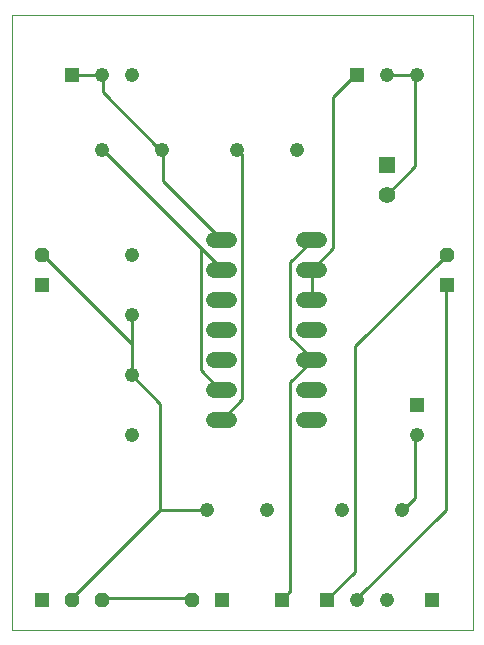
<source format=gtl>
G75*
G70*
%OFA0B0*%
%FSLAX24Y24*%
%IPPOS*%
%LPD*%
%AMOC8*
5,1,8,0,0,1.08239X$1,22.5*
%
%ADD10C,0.0000*%
%ADD11C,0.0554*%
%ADD12R,0.0554X0.0554*%
%ADD13C,0.0476*%
%ADD14R,0.0476X0.0476*%
%ADD15C,0.0520*%
%ADD16OC8,0.0476*%
%ADD17C,0.0100*%
D10*
X000101Y000212D02*
X000101Y020708D01*
X015471Y020708D01*
X015471Y000212D01*
X000101Y000212D01*
D11*
X012601Y014712D03*
D12*
X012601Y015712D03*
D13*
X012601Y018712D03*
X013601Y018712D03*
X009601Y016212D03*
X007601Y016212D03*
X005101Y016212D03*
X003101Y016212D03*
X003101Y018712D03*
X004101Y018712D03*
X004101Y012712D03*
X004101Y010712D03*
X004101Y008712D03*
X004101Y006712D03*
X006601Y004212D03*
X008601Y004212D03*
X011101Y004212D03*
X013101Y004212D03*
X013601Y006712D03*
X012601Y001212D03*
X011601Y001212D03*
D14*
X010601Y001212D03*
X009101Y001212D03*
X007101Y001212D03*
X001101Y001212D03*
X001101Y011712D03*
X002101Y018712D03*
X011601Y018712D03*
X014601Y011712D03*
X013601Y007712D03*
X014101Y001212D03*
D15*
X010361Y007212D02*
X009841Y007212D01*
X009841Y008212D02*
X010361Y008212D01*
X010361Y009212D02*
X009841Y009212D01*
X009841Y010212D02*
X010361Y010212D01*
X010361Y011212D02*
X009841Y011212D01*
X009841Y012212D02*
X010361Y012212D01*
X010361Y013212D02*
X009841Y013212D01*
X007361Y013212D02*
X006841Y013212D01*
X006841Y012212D02*
X007361Y012212D01*
X007361Y011212D02*
X006841Y011212D01*
X006841Y010212D02*
X007361Y010212D01*
X007361Y009212D02*
X006841Y009212D01*
X006841Y008212D02*
X007361Y008212D01*
X007361Y007212D02*
X006841Y007212D01*
D16*
X006101Y001212D03*
X003101Y001212D03*
X002101Y001212D03*
X001101Y012712D03*
X014601Y012712D03*
D17*
X011541Y009652D01*
X011541Y002132D01*
X010661Y001252D01*
X010601Y001212D01*
X011601Y001212D02*
X011621Y001252D01*
X014581Y004212D01*
X014581Y011652D01*
X014601Y011712D01*
X012601Y014712D02*
X013541Y015652D01*
X013541Y018692D01*
X013601Y018712D01*
X013541Y018692D02*
X012661Y018692D01*
X012601Y018712D01*
X011601Y018712D02*
X011541Y018692D01*
X010821Y017972D01*
X010821Y012932D01*
X010101Y012212D01*
X010101Y011212D01*
X009381Y009972D02*
X009381Y012452D01*
X010101Y013172D01*
X010101Y013212D01*
X007781Y016052D02*
X007781Y007892D01*
X007101Y007212D01*
X007101Y008212D02*
X007061Y008212D01*
X006421Y008852D01*
X006421Y012932D01*
X003141Y016212D01*
X003101Y016212D01*
X003141Y018132D02*
X003141Y018692D01*
X003101Y018712D01*
X003061Y018692D01*
X002101Y018692D01*
X002101Y018712D01*
X003141Y018132D02*
X005061Y016212D01*
X005101Y016212D01*
X005141Y016212D01*
X005141Y015172D01*
X007101Y013212D01*
X006421Y012932D02*
X007061Y012292D01*
X007061Y012212D01*
X007101Y012212D01*
X009381Y009972D02*
X010101Y009252D01*
X010101Y009212D01*
X010101Y009172D01*
X009381Y008452D01*
X009381Y001492D01*
X009101Y001212D01*
X006101Y001252D02*
X006101Y001212D01*
X006101Y001252D02*
X003141Y001252D01*
X003101Y001212D01*
X002101Y001212D02*
X002101Y001252D01*
X005061Y004212D01*
X005061Y007732D01*
X004101Y008692D01*
X004101Y008712D01*
X004101Y009732D01*
X001141Y012692D01*
X001101Y012712D01*
X004101Y010712D02*
X004101Y009732D01*
X005061Y004212D02*
X006601Y004212D01*
X013101Y004212D02*
X013141Y004212D01*
X013541Y004612D01*
X013541Y006692D01*
X013601Y006712D01*
X007781Y016052D02*
X007621Y016212D01*
X007601Y016212D01*
M02*

</source>
